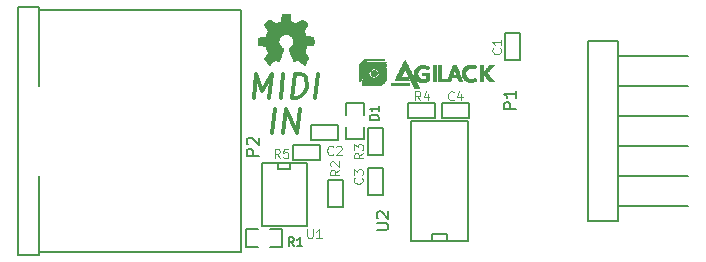
<source format=gbr>
G04 #@! TF.FileFunction,Legend,Top*
%FSLAX46Y46*%
G04 Gerber Fmt 4.6, Leading zero omitted, Abs format (unit mm)*
G04 Created by KiCad (PCBNEW 4.0.2+dfsg1-stable) date mer. 30 août 2017 19:27:24 CEST*
%MOMM*%
G01*
G04 APERTURE LIST*
%ADD10C,0.100000*%
%ADD11C,0.300000*%
%ADD12C,0.150000*%
%ADD13C,0.127000*%
%ADD14C,0.027940*%
%ADD15C,0.102400*%
%ADD16C,0.101600*%
G04 APERTURE END LIST*
D10*
D11*
X144639286Y-105154762D02*
X144889286Y-103154762D01*
X145591667Y-105154762D02*
X145841667Y-103154762D01*
X146734525Y-105154762D01*
X146984525Y-103154762D01*
X143067857Y-102179762D02*
X143317857Y-100179762D01*
X143805952Y-101608333D01*
X144651191Y-100179762D01*
X144401191Y-102179762D01*
X145353571Y-102179762D02*
X145603571Y-100179762D01*
X146305952Y-102179762D02*
X146555952Y-100179762D01*
X147032143Y-100179762D01*
X147305952Y-100275000D01*
X147472619Y-100465476D01*
X147544048Y-100655952D01*
X147591667Y-101036905D01*
X147555953Y-101322619D01*
X147413096Y-101703571D01*
X147294047Y-101894048D01*
X147079762Y-102084524D01*
X146782143Y-102179762D01*
X146305952Y-102179762D01*
X148305952Y-102179762D02*
X148555952Y-100179762D01*
D12*
X179889800Y-111350000D02*
X173889800Y-111350000D01*
X179889800Y-108810000D02*
X173889800Y-108810000D01*
X179889800Y-106270000D02*
X173889800Y-106270000D01*
X179889800Y-103730000D02*
X173889800Y-103730000D01*
X179889800Y-101190000D02*
X173889800Y-101190000D01*
X179889800Y-98650000D02*
X173889800Y-98650000D01*
X171349800Y-97380000D02*
X171349800Y-112620000D01*
X171349800Y-112620000D02*
X173889800Y-112620000D01*
X173889800Y-112620000D02*
X173889800Y-97380000D01*
X171349800Y-97380000D02*
X173889800Y-97380000D01*
D13*
X143878300Y-107746800D02*
X143751300Y-107746800D01*
X143751300Y-107746800D02*
X143751300Y-113080800D01*
X147561300Y-113080800D02*
X147561300Y-107746800D01*
X147561300Y-107746800D02*
X143878300Y-107746800D01*
X146164300Y-107746800D02*
X146164300Y-108254800D01*
X146164300Y-108254800D02*
X145148300Y-108254800D01*
X145148300Y-108254800D02*
X145148300Y-107746800D01*
X147561300Y-113080800D02*
X143751300Y-113080800D01*
D14*
X145634900Y-95101300D02*
X145888900Y-95101300D01*
X145482500Y-95126700D02*
X146117500Y-95126700D01*
X145482500Y-95152100D02*
X146117500Y-95152100D01*
X145457100Y-95177500D02*
X146142900Y-95177500D01*
X145457100Y-95202900D02*
X146142900Y-95202900D01*
X145457100Y-95228300D02*
X146142900Y-95228300D01*
X145457100Y-95253700D02*
X146142900Y-95253700D01*
X145457100Y-95279100D02*
X146142900Y-95279100D01*
X145457100Y-95304500D02*
X146142900Y-95304500D01*
X145431700Y-95329900D02*
X146168300Y-95329900D01*
X145431700Y-95355300D02*
X146168300Y-95355300D01*
X145431700Y-95380700D02*
X146168300Y-95380700D01*
X145431700Y-95406100D02*
X146168300Y-95406100D01*
X145431700Y-95431500D02*
X146168300Y-95431500D01*
X145406300Y-95456900D02*
X146168300Y-95456900D01*
X145406300Y-95482300D02*
X146193700Y-95482300D01*
X145406300Y-95507700D02*
X146193700Y-95507700D01*
X145406300Y-95533100D02*
X146193700Y-95533100D01*
X145406300Y-95558500D02*
X146193700Y-95558500D01*
X144364900Y-95583900D02*
X144441100Y-95583900D01*
X145406300Y-95583900D02*
X146193700Y-95583900D01*
X147133500Y-95583900D02*
X147235100Y-95583900D01*
X144339500Y-95609300D02*
X144466500Y-95609300D01*
X145380900Y-95609300D02*
X146193700Y-95609300D01*
X147082700Y-95609300D02*
X147260500Y-95609300D01*
X144314100Y-95634700D02*
X144517300Y-95634700D01*
X145380900Y-95634700D02*
X146193700Y-95634700D01*
X147057300Y-95634700D02*
X147285900Y-95634700D01*
X144263300Y-95660100D02*
X144542700Y-95660100D01*
X145380900Y-95660100D02*
X146219100Y-95660100D01*
X147006500Y-95660100D02*
X147336700Y-95660100D01*
X144237900Y-95685500D02*
X144593500Y-95685500D01*
X145380900Y-95685500D02*
X146219100Y-95685500D01*
X146981100Y-95685500D02*
X147362100Y-95685500D01*
X144212500Y-95710900D02*
X144618900Y-95710900D01*
X145380900Y-95710900D02*
X146219100Y-95710900D01*
X146930300Y-95710900D02*
X147387500Y-95710900D01*
X144187100Y-95736300D02*
X144644300Y-95736300D01*
X145355500Y-95736300D02*
X146219100Y-95736300D01*
X146904900Y-95736300D02*
X147412900Y-95736300D01*
X144161700Y-95761700D02*
X144695100Y-95761700D01*
X145279300Y-95761700D02*
X146320700Y-95761700D01*
X146854100Y-95761700D02*
X147438300Y-95761700D01*
X144136300Y-95787100D02*
X144720500Y-95787100D01*
X145203100Y-95787100D02*
X146396900Y-95787100D01*
X146828700Y-95787100D02*
X147463700Y-95787100D01*
X144110900Y-95812500D02*
X144771300Y-95812500D01*
X145126900Y-95812500D02*
X146447700Y-95812500D01*
X146777900Y-95812500D02*
X147489100Y-95812500D01*
X144085500Y-95837900D02*
X144796700Y-95837900D01*
X145076100Y-95837900D02*
X146523900Y-95837900D01*
X146752500Y-95837900D02*
X147514500Y-95837900D01*
X144060100Y-95863300D02*
X144822100Y-95863300D01*
X145025300Y-95863300D02*
X146574700Y-95863300D01*
X146727100Y-95863300D02*
X147539900Y-95863300D01*
X144034700Y-95888700D02*
X144872900Y-95888700D01*
X144974500Y-95888700D02*
X146625500Y-95888700D01*
X146676300Y-95888700D02*
X147565300Y-95888700D01*
X144009300Y-95914100D02*
X144898300Y-95914100D01*
X144923700Y-95914100D02*
X147590700Y-95914100D01*
X143983900Y-95939500D02*
X147590700Y-95939500D01*
X143983900Y-95964900D02*
X147616100Y-95964900D01*
X143958500Y-95990300D02*
X147616100Y-95990300D01*
X143958500Y-96015700D02*
X147616100Y-96015700D01*
X143983900Y-96041100D02*
X147616100Y-96041100D01*
X143983900Y-96066500D02*
X147590700Y-96066500D01*
X144009300Y-96091900D02*
X147590700Y-96091900D01*
X144034700Y-96117300D02*
X147565300Y-96117300D01*
X144034700Y-96142700D02*
X147539900Y-96142700D01*
X144060100Y-96168100D02*
X147514500Y-96168100D01*
X144085500Y-96193500D02*
X147514500Y-96193500D01*
X144110900Y-96218900D02*
X147489100Y-96218900D01*
X144110900Y-96244300D02*
X147463700Y-96244300D01*
X144136300Y-96269700D02*
X147463700Y-96269700D01*
X144161700Y-96295100D02*
X147438300Y-96295100D01*
X144161700Y-96320500D02*
X147412900Y-96320500D01*
X144187100Y-96345900D02*
X147387500Y-96345900D01*
X144212500Y-96371300D02*
X147387500Y-96371300D01*
X144212500Y-96396700D02*
X147362100Y-96396700D01*
X144237900Y-96422100D02*
X147336700Y-96422100D01*
X144263300Y-96447500D02*
X147311300Y-96447500D01*
X144263300Y-96472900D02*
X147311300Y-96472900D01*
X144288700Y-96498300D02*
X147285900Y-96498300D01*
X144288700Y-96523700D02*
X147285900Y-96523700D01*
X144288700Y-96549100D02*
X147311300Y-96549100D01*
X144263300Y-96574500D02*
X147336700Y-96574500D01*
X144263300Y-96599900D02*
X147336700Y-96599900D01*
X144237900Y-96625300D02*
X147362100Y-96625300D01*
X144237900Y-96650700D02*
X147362100Y-96650700D01*
X144212500Y-96676100D02*
X147387500Y-96676100D01*
X144212500Y-96701500D02*
X147387500Y-96701500D01*
X144187100Y-96726900D02*
X147412900Y-96726900D01*
X144187100Y-96752300D02*
X147412900Y-96752300D01*
X144161700Y-96777700D02*
X147412900Y-96777700D01*
X144161700Y-96803100D02*
X145685700Y-96803100D01*
X145914300Y-96803100D02*
X147438300Y-96803100D01*
X144161700Y-96828500D02*
X145609500Y-96828500D01*
X145990500Y-96828500D02*
X147438300Y-96828500D01*
X144136300Y-96853900D02*
X145533300Y-96853900D01*
X146066700Y-96853900D02*
X147463700Y-96853900D01*
X144136300Y-96879300D02*
X145482500Y-96879300D01*
X146117500Y-96879300D02*
X147463700Y-96879300D01*
X144136300Y-96904700D02*
X145457100Y-96904700D01*
X146142900Y-96904700D02*
X147463700Y-96904700D01*
X144110900Y-96930100D02*
X145406300Y-96930100D01*
X146193700Y-96930100D02*
X147489100Y-96930100D01*
X144110900Y-96955500D02*
X145380900Y-96955500D01*
X146219100Y-96955500D02*
X147565300Y-96955500D01*
X144110900Y-96980900D02*
X145355500Y-96980900D01*
X146244500Y-96980900D02*
X147717700Y-96980900D01*
X144085500Y-97006300D02*
X145330100Y-97006300D01*
X146269900Y-97006300D02*
X147844700Y-97006300D01*
X143933100Y-97031700D02*
X145304700Y-97031700D01*
X146295300Y-97031700D02*
X147997100Y-97031700D01*
X143780700Y-97057100D02*
X145304700Y-97057100D01*
X146295300Y-97057100D02*
X148098700Y-97057100D01*
X143628300Y-97082500D02*
X145279300Y-97082500D01*
X146320700Y-97082500D02*
X148098700Y-97082500D01*
X143501300Y-97107900D02*
X145253900Y-97107900D01*
X146346100Y-97107900D02*
X148124100Y-97107900D01*
X143475900Y-97133300D02*
X145253900Y-97133300D01*
X146346100Y-97133300D02*
X148124100Y-97133300D01*
X143475900Y-97158700D02*
X145228500Y-97158700D01*
X146371500Y-97158700D02*
X148124100Y-97158700D01*
X143475900Y-97184100D02*
X145228500Y-97184100D01*
X146371500Y-97184100D02*
X148124100Y-97184100D01*
X143475900Y-97209500D02*
X145203100Y-97209500D01*
X146396900Y-97209500D02*
X148124100Y-97209500D01*
X143475900Y-97234900D02*
X145203100Y-97234900D01*
X146396900Y-97234900D02*
X148124100Y-97234900D01*
X143475900Y-97260300D02*
X145203100Y-97260300D01*
X146396900Y-97260300D02*
X148124100Y-97260300D01*
X143475900Y-97285700D02*
X145203100Y-97285700D01*
X146422300Y-97285700D02*
X148124100Y-97285700D01*
X143475900Y-97311100D02*
X145177700Y-97311100D01*
X146422300Y-97311100D02*
X148124100Y-97311100D01*
X143475900Y-97336500D02*
X145177700Y-97336500D01*
X146422300Y-97336500D02*
X148149500Y-97336500D01*
X143450500Y-97361900D02*
X145177700Y-97361900D01*
X146422300Y-97361900D02*
X148149500Y-97361900D01*
X143450500Y-97387300D02*
X145177700Y-97387300D01*
X146422300Y-97387300D02*
X148149500Y-97387300D01*
X143450500Y-97412700D02*
X145177700Y-97412700D01*
X146422300Y-97412700D02*
X148149500Y-97412700D01*
X143450500Y-97438100D02*
X145177700Y-97438100D01*
X146422300Y-97438100D02*
X148149500Y-97438100D01*
X143450500Y-97463500D02*
X145177700Y-97463500D01*
X146422300Y-97463500D02*
X148149500Y-97463500D01*
X143450500Y-97488900D02*
X145177700Y-97488900D01*
X146422300Y-97488900D02*
X148149500Y-97488900D01*
X143450500Y-97514300D02*
X145177700Y-97514300D01*
X146422300Y-97514300D02*
X148149500Y-97514300D01*
X143450500Y-97539700D02*
X145177700Y-97539700D01*
X146422300Y-97539700D02*
X148149500Y-97539700D01*
X143450500Y-97565100D02*
X145203100Y-97565100D01*
X146422300Y-97565100D02*
X148149500Y-97565100D01*
X143475900Y-97590500D02*
X145203100Y-97590500D01*
X146396900Y-97590500D02*
X148149500Y-97590500D01*
X143475900Y-97615900D02*
X145203100Y-97615900D01*
X146396900Y-97615900D02*
X148124100Y-97615900D01*
X143475900Y-97641300D02*
X145228500Y-97641300D01*
X146396900Y-97641300D02*
X148124100Y-97641300D01*
X143475900Y-97666700D02*
X145228500Y-97666700D01*
X146371500Y-97666700D02*
X148124100Y-97666700D01*
X143475900Y-97692100D02*
X145228500Y-97692100D01*
X146371500Y-97692100D02*
X148098700Y-97692100D01*
X143475900Y-97717500D02*
X145253900Y-97717500D01*
X146346100Y-97717500D02*
X147946300Y-97717500D01*
X143577500Y-97742900D02*
X145279300Y-97742900D01*
X146346100Y-97742900D02*
X147793900Y-97742900D01*
X143704500Y-97768300D02*
X145279300Y-97768300D01*
X146320700Y-97768300D02*
X147616100Y-97768300D01*
X143856900Y-97793700D02*
X145304700Y-97793700D01*
X146295300Y-97793700D02*
X147514500Y-97793700D01*
X143983900Y-97819100D02*
X145330100Y-97819100D01*
X146269900Y-97819100D02*
X147514500Y-97819100D01*
X144085500Y-97844500D02*
X145355500Y-97844500D01*
X146269900Y-97844500D02*
X147514500Y-97844500D01*
X144110900Y-97869900D02*
X145355500Y-97869900D01*
X146244500Y-97869900D02*
X147489100Y-97869900D01*
X144110900Y-97895300D02*
X145406300Y-97895300D01*
X146193700Y-97895300D02*
X147489100Y-97895300D01*
X144110900Y-97920700D02*
X145431700Y-97920700D01*
X146168300Y-97920700D02*
X147489100Y-97920700D01*
X144110900Y-97946100D02*
X145457100Y-97946100D01*
X146142900Y-97946100D02*
X147489100Y-97946100D01*
X144136300Y-97971500D02*
X145507900Y-97971500D01*
X146092100Y-97971500D02*
X147463700Y-97971500D01*
X144136300Y-97996900D02*
X145558700Y-97996900D01*
X146041300Y-97996900D02*
X147463700Y-97996900D01*
X144136300Y-98022300D02*
X145584100Y-98022300D01*
X146041300Y-98022300D02*
X147463700Y-98022300D01*
X144161700Y-98047700D02*
X145584100Y-98047700D01*
X146041300Y-98047700D02*
X147438300Y-98047700D01*
X144161700Y-98073100D02*
X145584100Y-98073100D01*
X146041300Y-98073100D02*
X147438300Y-98073100D01*
X144161700Y-98098500D02*
X145558700Y-98098500D01*
X146066700Y-98098500D02*
X147412900Y-98098500D01*
X144187100Y-98123900D02*
X145558700Y-98123900D01*
X146066700Y-98123900D02*
X147412900Y-98123900D01*
X144187100Y-98149300D02*
X145558700Y-98149300D01*
X146066700Y-98149300D02*
X147412900Y-98149300D01*
X144212500Y-98174700D02*
X145533300Y-98174700D01*
X146092100Y-98174700D02*
X147387500Y-98174700D01*
X144212500Y-98200100D02*
X145533300Y-98200100D01*
X146092100Y-98200100D02*
X147387500Y-98200100D01*
X144237900Y-98225500D02*
X145507900Y-98225500D01*
X146117500Y-98225500D02*
X147362100Y-98225500D01*
X144237900Y-98250900D02*
X145507900Y-98250900D01*
X146117500Y-98250900D02*
X147362100Y-98250900D01*
X144263300Y-98276300D02*
X145507900Y-98276300D01*
X146117500Y-98276300D02*
X147336700Y-98276300D01*
X144263300Y-98301700D02*
X145482500Y-98301700D01*
X146142900Y-98301700D02*
X147362100Y-98301700D01*
X144288700Y-98327100D02*
X145482500Y-98327100D01*
X146142900Y-98327100D02*
X147362100Y-98327100D01*
X144288700Y-98352500D02*
X145482500Y-98352500D01*
X146168300Y-98352500D02*
X147387500Y-98352500D01*
X144288700Y-98377900D02*
X145457100Y-98377900D01*
X146168300Y-98377900D02*
X147412900Y-98377900D01*
X144288700Y-98403300D02*
X145457100Y-98403300D01*
X146168300Y-98403300D02*
X147438300Y-98403300D01*
X144263300Y-98428700D02*
X145457100Y-98428700D01*
X146193700Y-98428700D02*
X147438300Y-98428700D01*
X144237900Y-98454100D02*
X145431700Y-98454100D01*
X146193700Y-98454100D02*
X147463700Y-98454100D01*
X144212500Y-98479500D02*
X145431700Y-98479500D01*
X146193700Y-98479500D02*
X147489100Y-98479500D01*
X144212500Y-98504900D02*
X145431700Y-98504900D01*
X146219100Y-98504900D02*
X147489100Y-98504900D01*
X144187100Y-98530300D02*
X145406300Y-98530300D01*
X146219100Y-98530300D02*
X147514500Y-98530300D01*
X144161700Y-98555700D02*
X145406300Y-98555700D01*
X146244500Y-98555700D02*
X147539900Y-98555700D01*
X144136300Y-98581100D02*
X145406300Y-98581100D01*
X146244500Y-98581100D02*
X147539900Y-98581100D01*
X144136300Y-98606500D02*
X145380900Y-98606500D01*
X146244500Y-98606500D02*
X147565300Y-98606500D01*
X144110900Y-98631900D02*
X145380900Y-98631900D01*
X146269900Y-98631900D02*
X147590700Y-98631900D01*
X144085500Y-98657300D02*
X145355500Y-98657300D01*
X146269900Y-98657300D02*
X147590700Y-98657300D01*
X144085500Y-98682700D02*
X145355500Y-98682700D01*
X146295300Y-98682700D02*
X147616100Y-98682700D01*
X144060100Y-98708100D02*
X145355500Y-98708100D01*
X146295300Y-98708100D02*
X147641500Y-98708100D01*
X144034700Y-98733500D02*
X145330100Y-98733500D01*
X146295300Y-98733500D02*
X147666900Y-98733500D01*
X144009300Y-98758900D02*
X145330100Y-98758900D01*
X146320700Y-98758900D02*
X147666900Y-98758900D01*
X144009300Y-98784300D02*
X145330100Y-98784300D01*
X146320700Y-98784300D02*
X147692300Y-98784300D01*
X143983900Y-98809700D02*
X145304700Y-98809700D01*
X146346100Y-98809700D02*
X147692300Y-98809700D01*
X143958500Y-98835100D02*
X145304700Y-98835100D01*
X146346100Y-98835100D02*
X147692300Y-98835100D01*
X143958500Y-98860500D02*
X145304700Y-98860500D01*
X146346100Y-98860500D02*
X147666900Y-98860500D01*
X143958500Y-98885900D02*
X145279300Y-98885900D01*
X146371500Y-98885900D02*
X147641500Y-98885900D01*
X143958500Y-98911300D02*
X145279300Y-98911300D01*
X146371500Y-98911300D02*
X147616100Y-98911300D01*
X143983900Y-98936700D02*
X145279300Y-98936700D01*
X146371500Y-98936700D02*
X147590700Y-98936700D01*
X144009300Y-98962100D02*
X145253900Y-98962100D01*
X146396900Y-98962100D02*
X147590700Y-98962100D01*
X144034700Y-98987500D02*
X145253900Y-98987500D01*
X146396900Y-98987500D02*
X146752500Y-98987500D01*
X146803300Y-98987500D02*
X147565300Y-98987500D01*
X144060100Y-99012900D02*
X145253900Y-99012900D01*
X146422300Y-99012900D02*
X146676300Y-99012900D01*
X146879500Y-99012900D02*
X147539900Y-99012900D01*
X144085500Y-99038300D02*
X144847500Y-99038300D01*
X144974500Y-99038300D02*
X145228500Y-99038300D01*
X146422300Y-99038300D02*
X146625500Y-99038300D01*
X146904900Y-99038300D02*
X147514500Y-99038300D01*
X144110900Y-99063700D02*
X144796700Y-99063700D01*
X145050700Y-99063700D02*
X145228500Y-99063700D01*
X146422300Y-99063700D02*
X146574700Y-99063700D01*
X146930300Y-99063700D02*
X147489100Y-99063700D01*
X144136300Y-99089100D02*
X144745900Y-99089100D01*
X145101500Y-99089100D02*
X145203100Y-99089100D01*
X146447700Y-99089100D02*
X146523900Y-99089100D01*
X146955700Y-99089100D02*
X147514500Y-99089100D01*
X144161700Y-99114500D02*
X144720500Y-99114500D01*
X145152300Y-99114500D02*
X145203100Y-99114500D01*
X146447700Y-99114500D02*
X146473100Y-99114500D01*
X146955700Y-99114500D02*
X147514500Y-99114500D01*
X144187100Y-99139900D02*
X144669700Y-99139900D01*
X147006500Y-99139900D02*
X147514500Y-99139900D01*
X144212500Y-99165300D02*
X144644300Y-99165300D01*
X147031900Y-99165300D02*
X147514500Y-99165300D01*
X144212500Y-99190700D02*
X144593500Y-99190700D01*
X147057300Y-99190700D02*
X147514500Y-99190700D01*
X144212500Y-99216100D02*
X144568100Y-99216100D01*
X147108100Y-99216100D02*
X147514500Y-99216100D01*
X144212500Y-99241500D02*
X144542700Y-99241500D01*
X147158900Y-99241500D02*
X147489100Y-99241500D01*
X144237900Y-99266900D02*
X144517300Y-99266900D01*
X147209700Y-99266900D02*
X147489100Y-99266900D01*
X144237900Y-99292300D02*
X144491900Y-99292300D01*
X147235100Y-99292300D02*
X147463700Y-99292300D01*
X144263300Y-99317700D02*
X144491900Y-99317700D01*
X147260500Y-99317700D02*
X147463700Y-99317700D01*
X144288700Y-99343100D02*
X144466500Y-99343100D01*
X147285900Y-99343100D02*
X147438300Y-99343100D01*
X144314100Y-99368500D02*
X144466500Y-99368500D01*
X147311300Y-99368500D02*
X147412900Y-99368500D01*
X144339500Y-99393900D02*
X144441100Y-99393900D01*
X147336700Y-99393900D02*
X147387500Y-99393900D01*
X144364900Y-99419300D02*
X144441100Y-99419300D01*
D13*
X150622000Y-109143800D02*
X150622000Y-111429800D01*
X150622000Y-111429800D02*
X149352000Y-111429800D01*
X149352000Y-111429800D02*
X149352000Y-109143800D01*
X149352000Y-109143800D02*
X150622000Y-109143800D01*
X164376100Y-99034600D02*
X164376100Y-96748600D01*
X164376100Y-96748600D02*
X165646100Y-96748600D01*
X165646100Y-96748600D02*
X165646100Y-99034600D01*
X165646100Y-99034600D02*
X164376100Y-99034600D01*
X147907000Y-104540000D02*
X150193000Y-104540000D01*
X150193000Y-104540000D02*
X150193000Y-105810000D01*
X150193000Y-105810000D02*
X147907000Y-105810000D01*
X147907000Y-105810000D02*
X147907000Y-104540000D01*
D12*
X156438600Y-104190800D02*
X161264600Y-104190800D01*
X161264600Y-104190800D02*
X161264600Y-114350800D01*
X161264600Y-114350800D02*
X156438600Y-114350800D01*
X156438600Y-114350800D02*
X156438600Y-104190800D01*
X158216600Y-114350800D02*
X158216600Y-113715800D01*
X158216600Y-113715800D02*
X159486600Y-113715800D01*
X159486600Y-113715800D02*
X159486600Y-114350800D01*
D13*
X152742900Y-110413800D02*
X152742900Y-108127800D01*
X152742900Y-108127800D02*
X154012900Y-108127800D01*
X154012900Y-108127800D02*
X154012900Y-110413800D01*
X154012900Y-110413800D02*
X152742900Y-110413800D01*
X152438100Y-104711500D02*
X152438100Y-105727500D01*
X152438100Y-105727500D02*
X150914100Y-105727500D01*
X150914100Y-105727500D02*
X150914100Y-104711500D01*
X150914100Y-103695500D02*
X150914100Y-102679500D01*
X150914100Y-102679500D02*
X152438100Y-102679500D01*
X152438100Y-102679500D02*
X152438100Y-103695500D01*
X152742900Y-107061000D02*
X152742900Y-104775000D01*
X152742900Y-104775000D02*
X154012900Y-104775000D01*
X154012900Y-104775000D02*
X154012900Y-107061000D01*
X154012900Y-107061000D02*
X152742900Y-107061000D01*
X158991300Y-102666800D02*
X161277300Y-102666800D01*
X161277300Y-102666800D02*
X161277300Y-103936800D01*
X161277300Y-103936800D02*
X158991300Y-103936800D01*
X158991300Y-103936800D02*
X158991300Y-102666800D01*
X156184600Y-102666800D02*
X158470600Y-102666800D01*
X158470600Y-102666800D02*
X158470600Y-103936800D01*
X158470600Y-103936800D02*
X156184600Y-103936800D01*
X156184600Y-103936800D02*
X156184600Y-102666800D01*
D12*
X142000000Y-115250000D02*
X142000000Y-94750000D01*
X142000000Y-94750000D02*
X124900000Y-94750000D01*
X124900000Y-115250000D02*
X142000000Y-115250000D01*
X124900000Y-101164600D02*
X124900000Y-94500000D01*
X123100000Y-115500000D02*
X124900000Y-115500000D01*
X124900000Y-115500000D02*
X124900000Y-108835400D01*
X124900000Y-94500000D02*
X123100000Y-94500000D01*
X123100000Y-115500000D02*
X123100000Y-94500000D01*
D13*
X144487900Y-113347500D02*
X145503900Y-113347500D01*
X145503900Y-113347500D02*
X145503900Y-114871500D01*
X145503900Y-114871500D02*
X144487900Y-114871500D01*
X143471900Y-114871500D02*
X142455900Y-114871500D01*
X142455900Y-114871500D02*
X142455900Y-113347500D01*
X142455900Y-113347500D02*
X143471900Y-113347500D01*
X148668000Y-107460000D02*
X146382000Y-107460000D01*
X146382000Y-107460000D02*
X146382000Y-106190000D01*
X146382000Y-106190000D02*
X148668000Y-106190000D01*
X148668000Y-106190000D02*
X148668000Y-107460000D01*
D14*
X152476440Y-98874920D02*
X154127440Y-98874920D01*
X152451040Y-98900320D02*
X154127440Y-98900320D01*
X152425640Y-98925720D02*
X154127440Y-98925720D01*
X152400240Y-98951120D02*
X154127440Y-98951120D01*
X152374840Y-98976520D02*
X154127440Y-98976520D01*
X152349440Y-99001920D02*
X154127440Y-99001920D01*
X152324040Y-99027320D02*
X154127440Y-99027320D01*
X155854640Y-99027320D02*
X155880040Y-99027320D01*
X152298640Y-99052720D02*
X152603440Y-99052720D01*
X155829240Y-99052720D02*
X155905440Y-99052720D01*
X152273240Y-99078120D02*
X152578040Y-99078120D01*
X155829240Y-99078120D02*
X155905440Y-99078120D01*
X152247840Y-99103520D02*
X152552640Y-99103520D01*
X155803840Y-99103520D02*
X155930840Y-99103520D01*
X152222440Y-99128920D02*
X152527240Y-99128920D01*
X152603440Y-99128920D02*
X154279840Y-99128920D01*
X155803840Y-99128920D02*
X155930840Y-99128920D01*
X152197040Y-99154320D02*
X152501840Y-99154320D01*
X152578040Y-99154320D02*
X154279840Y-99154320D01*
X155778440Y-99154320D02*
X155956240Y-99154320D01*
X152171640Y-99179720D02*
X152476440Y-99179720D01*
X152552640Y-99179720D02*
X154229040Y-99179720D01*
X155778440Y-99179720D02*
X155956240Y-99179720D01*
X152146240Y-99205120D02*
X152451040Y-99205120D01*
X152527240Y-99205120D02*
X154203640Y-99205120D01*
X155753040Y-99205120D02*
X155981640Y-99205120D01*
X152120840Y-99230520D02*
X152425640Y-99230520D01*
X152501840Y-99230520D02*
X154178240Y-99230520D01*
X155753040Y-99230520D02*
X155981640Y-99230520D01*
X152095440Y-99255920D02*
X152400240Y-99255920D01*
X152476440Y-99255920D02*
X154152840Y-99255920D01*
X155727640Y-99255920D02*
X156007040Y-99255920D01*
X152070040Y-99281320D02*
X152374840Y-99281320D01*
X152451040Y-99281320D02*
X154127440Y-99281320D01*
X155727640Y-99281320D02*
X156007040Y-99281320D01*
X152044640Y-99306720D02*
X152349440Y-99306720D01*
X152425640Y-99306720D02*
X154102040Y-99306720D01*
X155702240Y-99306720D02*
X156032440Y-99306720D01*
X152019240Y-99332120D02*
X152324040Y-99332120D01*
X152400240Y-99332120D02*
X154076640Y-99332120D01*
X155702240Y-99332120D02*
X156032440Y-99332120D01*
X151993840Y-99357520D02*
X152298640Y-99357520D01*
X152374840Y-99357520D02*
X154051240Y-99357520D01*
X154203640Y-99357520D02*
X154279840Y-99357520D01*
X155676840Y-99357520D02*
X156057840Y-99357520D01*
X151968440Y-99382920D02*
X152273240Y-99382920D01*
X152349440Y-99382920D02*
X154025840Y-99382920D01*
X154203640Y-99382920D02*
X154279840Y-99382920D01*
X155676840Y-99382920D02*
X156057840Y-99382920D01*
X151968440Y-99408320D02*
X152250000Y-99408320D01*
X152324040Y-99408320D02*
X154000440Y-99408320D01*
X154152840Y-99408320D02*
X154279840Y-99408320D01*
X155651440Y-99408320D02*
X156083240Y-99408320D01*
X151968440Y-99433720D02*
X152220000Y-99433720D01*
X152298640Y-99433720D02*
X153975040Y-99433720D01*
X154127440Y-99433720D02*
X154279840Y-99433720D01*
X155651440Y-99433720D02*
X156083240Y-99433720D01*
X158242240Y-99433720D02*
X158496240Y-99433720D01*
X158674040Y-99433720D02*
X158928040Y-99433720D01*
X159944040Y-99433720D02*
X160223440Y-99433720D01*
X161239440Y-99433720D02*
X161696640Y-99433720D01*
X162255440Y-99433720D02*
X162509440Y-99433720D01*
X163042840Y-99433720D02*
X163398440Y-99433720D01*
X151968440Y-99459120D02*
X152197040Y-99459120D01*
X152273240Y-99459120D02*
X153949640Y-99459120D01*
X154102040Y-99459120D02*
X154279840Y-99459120D01*
X155626040Y-99459120D02*
X156108640Y-99459120D01*
X157175440Y-99459120D02*
X157607240Y-99459120D01*
X158242240Y-99459120D02*
X158496240Y-99459120D01*
X158674040Y-99459120D02*
X158928040Y-99459120D01*
X159918640Y-99459120D02*
X160223440Y-99459120D01*
X161163240Y-99459120D02*
X161798240Y-99459120D01*
X162255440Y-99459120D02*
X162509440Y-99459120D01*
X163017440Y-99459120D02*
X163373040Y-99459120D01*
X151968440Y-99484520D02*
X152180000Y-99484520D01*
X152247840Y-99484520D02*
X153924240Y-99484520D01*
X154076640Y-99484520D02*
X154279840Y-99484520D01*
X155626040Y-99484520D02*
X156108640Y-99484520D01*
X157073840Y-99484520D02*
X157683440Y-99484520D01*
X158242240Y-99484520D02*
X158496240Y-99484520D01*
X158674040Y-99484520D02*
X158928040Y-99484520D01*
X159918640Y-99484520D02*
X160248840Y-99484520D01*
X161112440Y-99484520D02*
X161849040Y-99484520D01*
X162255440Y-99484520D02*
X162509440Y-99484520D01*
X162992040Y-99484520D02*
X163347640Y-99484520D01*
X151968440Y-99509920D02*
X152160000Y-99509920D01*
X152222440Y-99509920D02*
X153898840Y-99509920D01*
X154051240Y-99509920D02*
X154279840Y-99509920D01*
X155600640Y-99509920D02*
X156134040Y-99509920D01*
X157023040Y-99509920D02*
X157759640Y-99509920D01*
X158242240Y-99509920D02*
X158496240Y-99509920D01*
X158674040Y-99509920D02*
X158928040Y-99509920D01*
X159918640Y-99509920D02*
X160248840Y-99509920D01*
X161061640Y-99509920D02*
X161899840Y-99509920D01*
X162255440Y-99509920D02*
X162509440Y-99509920D01*
X162966640Y-99509920D02*
X163322240Y-99509920D01*
X151968440Y-99535320D02*
X152146240Y-99535320D01*
X152222440Y-99535320D02*
X153873440Y-99535320D01*
X154025840Y-99535320D02*
X154229040Y-99535320D01*
X155600640Y-99535320D02*
X156134040Y-99535320D01*
X156972240Y-99535320D02*
X157810440Y-99535320D01*
X158242240Y-99535320D02*
X158496240Y-99535320D01*
X158674040Y-99535320D02*
X158928040Y-99535320D01*
X159893240Y-99535320D02*
X160248840Y-99535320D01*
X161010840Y-99535320D02*
X161899840Y-99535320D01*
X162255440Y-99535320D02*
X162509440Y-99535320D01*
X162941240Y-99535320D02*
X163296840Y-99535320D01*
X151968440Y-99560720D02*
X152146240Y-99560720D01*
X152222440Y-99560720D02*
X153848040Y-99560720D01*
X154000440Y-99560720D02*
X154203640Y-99560720D01*
X155575240Y-99560720D02*
X156159440Y-99560720D01*
X156946840Y-99560720D02*
X157861240Y-99560720D01*
X158242240Y-99560720D02*
X158496240Y-99560720D01*
X158674040Y-99560720D02*
X158928040Y-99560720D01*
X159893240Y-99560720D02*
X160274240Y-99560720D01*
X160985440Y-99560720D02*
X161899840Y-99560720D01*
X162255440Y-99560720D02*
X162509440Y-99560720D01*
X162915840Y-99560720D02*
X163271440Y-99560720D01*
X151968440Y-99586120D02*
X152146240Y-99586120D01*
X152222440Y-99586120D02*
X153822640Y-99586120D01*
X153975040Y-99586120D02*
X154178240Y-99586120D01*
X155575240Y-99586120D02*
X156159440Y-99586120D01*
X156896040Y-99586120D02*
X157886640Y-99586120D01*
X158242240Y-99586120D02*
X158496240Y-99586120D01*
X158674040Y-99586120D02*
X158928040Y-99586120D01*
X159893240Y-99586120D02*
X160274240Y-99586120D01*
X160934640Y-99586120D02*
X161874440Y-99586120D01*
X162255440Y-99586120D02*
X162509440Y-99586120D01*
X162890440Y-99586120D02*
X163246040Y-99586120D01*
X151968440Y-99611520D02*
X152146240Y-99611520D01*
X152222440Y-99611520D02*
X153797240Y-99611520D01*
X153949640Y-99611520D02*
X154152840Y-99611520D01*
X155549840Y-99611520D02*
X156184840Y-99611520D01*
X156870640Y-99611520D02*
X157886640Y-99611520D01*
X158242240Y-99611520D02*
X158496240Y-99611520D01*
X158674040Y-99611520D02*
X158928040Y-99611520D01*
X159867840Y-99611520D02*
X160299640Y-99611520D01*
X160909240Y-99611520D02*
X161874440Y-99611520D01*
X162255440Y-99611520D02*
X162509440Y-99611520D01*
X162890440Y-99611520D02*
X163220640Y-99611520D01*
X151968440Y-99636920D02*
X152146240Y-99636920D01*
X152222440Y-99636920D02*
X153771840Y-99636920D01*
X153924240Y-99636920D02*
X154127440Y-99636920D01*
X155549840Y-99636920D02*
X156184840Y-99636920D01*
X156845240Y-99636920D02*
X157886640Y-99636920D01*
X158242240Y-99636920D02*
X158496240Y-99636920D01*
X158674040Y-99636920D02*
X158928040Y-99636920D01*
X159867840Y-99636920D02*
X160299640Y-99636920D01*
X160883840Y-99636920D02*
X161849040Y-99636920D01*
X162255440Y-99636920D02*
X162509440Y-99636920D01*
X162865040Y-99636920D02*
X163195240Y-99636920D01*
X151968440Y-99662320D02*
X152146240Y-99662320D01*
X152222440Y-99662320D02*
X153746440Y-99662320D01*
X153898840Y-99662320D02*
X154102040Y-99662320D01*
X154229040Y-99662320D02*
X154279840Y-99662320D01*
X155524440Y-99662320D02*
X156210240Y-99662320D01*
X156819840Y-99662320D02*
X157861240Y-99662320D01*
X158242240Y-99662320D02*
X158496240Y-99662320D01*
X158674040Y-99662320D02*
X158928040Y-99662320D01*
X159867840Y-99662320D02*
X160299640Y-99662320D01*
X160883840Y-99662320D02*
X161849040Y-99662320D01*
X162255440Y-99662320D02*
X162509440Y-99662320D01*
X162839640Y-99662320D02*
X163169840Y-99662320D01*
X151968440Y-99687720D02*
X152146240Y-99687720D01*
X152222440Y-99687720D02*
X153721040Y-99687720D01*
X153873440Y-99687720D02*
X154076640Y-99687720D01*
X154203640Y-99687720D02*
X154279840Y-99687720D01*
X155524440Y-99687720D02*
X156210240Y-99687720D01*
X156794440Y-99687720D02*
X157835840Y-99687720D01*
X158242240Y-99687720D02*
X158496240Y-99687720D01*
X158674040Y-99687720D02*
X158928040Y-99687720D01*
X159842440Y-99687720D02*
X160325040Y-99687720D01*
X160858440Y-99687720D02*
X161315640Y-99687720D01*
X161671240Y-99687720D02*
X161849040Y-99687720D01*
X162255440Y-99687720D02*
X162509440Y-99687720D01*
X162814240Y-99687720D02*
X163144440Y-99687720D01*
X151968440Y-99713120D02*
X152146240Y-99713120D01*
X152222440Y-99713120D02*
X153695640Y-99713120D01*
X153848040Y-99713120D02*
X154051240Y-99713120D01*
X154178240Y-99713120D02*
X154279840Y-99713120D01*
X155499040Y-99713120D02*
X155854640Y-99713120D01*
X155880040Y-99713120D02*
X156235640Y-99713120D01*
X156794440Y-99713120D02*
X157251640Y-99713120D01*
X157556440Y-99713120D02*
X157835840Y-99713120D01*
X158242240Y-99713120D02*
X158496240Y-99713120D01*
X158674040Y-99713120D02*
X158928040Y-99713120D01*
X159842440Y-99713120D02*
X160325040Y-99713120D01*
X160833040Y-99713120D02*
X161264840Y-99713120D01*
X161747440Y-99713120D02*
X161823640Y-99713120D01*
X162255440Y-99713120D02*
X162509440Y-99713120D01*
X162788840Y-99713120D02*
X163119040Y-99713120D01*
X151968440Y-99738520D02*
X152146240Y-99738520D01*
X152222440Y-99738520D02*
X153136840Y-99738520D01*
X153340040Y-99738520D02*
X153670240Y-99738520D01*
X153822640Y-99738520D02*
X154025840Y-99738520D01*
X154152840Y-99738520D02*
X154279840Y-99738520D01*
X155499040Y-99738520D02*
X155854640Y-99738520D01*
X155880040Y-99738520D02*
X156235640Y-99738520D01*
X156769040Y-99738520D02*
X157175440Y-99738520D01*
X157658040Y-99738520D02*
X157810440Y-99738520D01*
X158242240Y-99738520D02*
X158496240Y-99738520D01*
X158674040Y-99738520D02*
X158928040Y-99738520D01*
X159817040Y-99738520D02*
X160325040Y-99738520D01*
X160807640Y-99738520D02*
X161214040Y-99738520D01*
X162255440Y-99738520D02*
X162509440Y-99738520D01*
X162763440Y-99738520D02*
X163119040Y-99738520D01*
X151968440Y-99763920D02*
X152146240Y-99763920D01*
X152222440Y-99763920D02*
X153060640Y-99763920D01*
X153416240Y-99763920D02*
X153644840Y-99763920D01*
X153797240Y-99763920D02*
X154000440Y-99763920D01*
X154127440Y-99763920D02*
X154279840Y-99763920D01*
X155473640Y-99763920D02*
X155829240Y-99763920D01*
X155905440Y-99763920D02*
X156261040Y-99763920D01*
X156743640Y-99763920D02*
X157150040Y-99763920D01*
X157708840Y-99763920D02*
X157810440Y-99763920D01*
X158242240Y-99763920D02*
X158496240Y-99763920D01*
X158674040Y-99763920D02*
X158928040Y-99763920D01*
X159817040Y-99763920D02*
X160350440Y-99763920D01*
X160807640Y-99763920D02*
X161163240Y-99763920D01*
X162255440Y-99763920D02*
X162509440Y-99763920D01*
X162738040Y-99763920D02*
X163093640Y-99763920D01*
X151968440Y-99789320D02*
X152146240Y-99789320D01*
X152222440Y-99789320D02*
X153035240Y-99789320D01*
X153467040Y-99789320D02*
X153619440Y-99789320D01*
X153771840Y-99789320D02*
X153975040Y-99789320D01*
X154102040Y-99789320D02*
X154279840Y-99789320D01*
X155473640Y-99789320D02*
X155829240Y-99789320D01*
X155905440Y-99789320D02*
X156261040Y-99789320D01*
X156743640Y-99789320D02*
X157099240Y-99789320D01*
X157759640Y-99789320D02*
X157785040Y-99789320D01*
X158242240Y-99789320D02*
X158496240Y-99789320D01*
X158674040Y-99789320D02*
X158928040Y-99789320D01*
X159817040Y-99789320D02*
X160071040Y-99789320D01*
X160096440Y-99789320D02*
X160350440Y-99789320D01*
X160782240Y-99789320D02*
X161137840Y-99789320D01*
X162255440Y-99789320D02*
X162509440Y-99789320D01*
X162712640Y-99789320D02*
X163068240Y-99789320D01*
X151968440Y-99814720D02*
X152146240Y-99814720D01*
X152222440Y-99814720D02*
X152984440Y-99814720D01*
X153492440Y-99814720D02*
X153594040Y-99814720D01*
X153746440Y-99814720D02*
X153949640Y-99814720D01*
X154076640Y-99814720D02*
X154279840Y-99814720D01*
X155448240Y-99814720D02*
X155803840Y-99814720D01*
X155930840Y-99814720D02*
X156286440Y-99814720D01*
X156718240Y-99814720D02*
X157073840Y-99814720D01*
X158242240Y-99814720D02*
X158496240Y-99814720D01*
X158674040Y-99814720D02*
X158928040Y-99814720D01*
X159791640Y-99814720D02*
X160045640Y-99814720D01*
X160096440Y-99814720D02*
X160375840Y-99814720D01*
X160782240Y-99814720D02*
X161112440Y-99814720D01*
X162255440Y-99814720D02*
X162509440Y-99814720D01*
X162712640Y-99814720D02*
X163042840Y-99814720D01*
X151968440Y-99840120D02*
X152146240Y-99840120D01*
X152222440Y-99840120D02*
X152959040Y-99840120D01*
X153517840Y-99840120D02*
X153568640Y-99840120D01*
X153721040Y-99840120D02*
X153924240Y-99840120D01*
X154051240Y-99840120D02*
X154279840Y-99840120D01*
X155448240Y-99840120D02*
X155803840Y-99840120D01*
X155930840Y-99840120D02*
X156286440Y-99840120D01*
X156718240Y-99840120D02*
X157048440Y-99840120D01*
X158242240Y-99840120D02*
X158496240Y-99840120D01*
X158674040Y-99840120D02*
X158928040Y-99840120D01*
X159791640Y-99840120D02*
X160045640Y-99840120D01*
X160096440Y-99840120D02*
X160375840Y-99840120D01*
X160756840Y-99840120D02*
X161087040Y-99840120D01*
X162255440Y-99840120D02*
X162509440Y-99840120D01*
X162687240Y-99840120D02*
X163017440Y-99840120D01*
X151968440Y-99865520D02*
X152146240Y-99865520D01*
X152222440Y-99865520D02*
X152933640Y-99865520D01*
X153162240Y-99865520D02*
X153340040Y-99865520D01*
X153543240Y-99865520D02*
X153568640Y-99865520D01*
X153695640Y-99865520D02*
X153898840Y-99865520D01*
X154025840Y-99865520D02*
X154279840Y-99865520D01*
X155422840Y-99865520D02*
X155803840Y-99865520D01*
X155956240Y-99865520D02*
X156311840Y-99865520D01*
X156692840Y-99865520D02*
X157023040Y-99865520D01*
X158242240Y-99865520D02*
X158496240Y-99865520D01*
X158674040Y-99865520D02*
X158928040Y-99865520D01*
X159791640Y-99865520D02*
X160045640Y-99865520D01*
X160121840Y-99865520D02*
X160375840Y-99865520D01*
X160756840Y-99865520D02*
X161087040Y-99865520D01*
X162255440Y-99865520D02*
X162509440Y-99865520D01*
X162661840Y-99865520D02*
X162992040Y-99865520D01*
X151968440Y-99890920D02*
X152146240Y-99890920D01*
X152222440Y-99890920D02*
X152908240Y-99890920D01*
X153111440Y-99890920D02*
X153390840Y-99890920D01*
X153670240Y-99890920D02*
X153873440Y-99890920D01*
X154000440Y-99890920D02*
X154279840Y-99890920D01*
X155422840Y-99890920D02*
X155778440Y-99890920D01*
X155956240Y-99890920D02*
X156311840Y-99890920D01*
X156692840Y-99890920D02*
X156997640Y-99890920D01*
X158242240Y-99890920D02*
X158496240Y-99890920D01*
X158674040Y-99890920D02*
X158928040Y-99890920D01*
X159766240Y-99890920D02*
X160020240Y-99890920D01*
X160121840Y-99890920D02*
X160401240Y-99890920D01*
X160756840Y-99890920D02*
X161061640Y-99890920D01*
X162255440Y-99890920D02*
X162509440Y-99890920D01*
X162636440Y-99890920D02*
X162966640Y-99890920D01*
X151968440Y-99916320D02*
X152146240Y-99916320D01*
X152222440Y-99916320D02*
X152882840Y-99916320D01*
X153086040Y-99916320D02*
X153416240Y-99916320D01*
X153644840Y-99916320D02*
X153848040Y-99916320D01*
X153975040Y-99916320D02*
X154279840Y-99916320D01*
X155397440Y-99916320D02*
X155778440Y-99916320D01*
X155981640Y-99916320D02*
X156337240Y-99916320D01*
X156692840Y-99916320D02*
X156997640Y-99916320D01*
X158242240Y-99916320D02*
X158496240Y-99916320D01*
X158674040Y-99916320D02*
X158928040Y-99916320D01*
X159766240Y-99916320D02*
X160020240Y-99916320D01*
X160121840Y-99916320D02*
X160401240Y-99916320D01*
X160756840Y-99916320D02*
X161061640Y-99916320D01*
X162255440Y-99916320D02*
X162509440Y-99916320D01*
X162611040Y-99916320D02*
X162941240Y-99916320D01*
X151968440Y-99941720D02*
X152146240Y-99941720D01*
X152222440Y-99941720D02*
X152857440Y-99941720D01*
X153060640Y-99941720D02*
X153441640Y-99941720D01*
X153644840Y-99941720D02*
X153822640Y-99941720D01*
X153949640Y-99941720D02*
X154279840Y-99941720D01*
X155397440Y-99941720D02*
X155753040Y-99941720D01*
X155981640Y-99941720D02*
X156362640Y-99941720D01*
X156692840Y-99941720D02*
X156972240Y-99941720D01*
X158242240Y-99941720D02*
X158496240Y-99941720D01*
X158674040Y-99941720D02*
X158928040Y-99941720D01*
X159740840Y-99941720D02*
X160020240Y-99941720D01*
X160147240Y-99941720D02*
X160401240Y-99941720D01*
X160731440Y-99941720D02*
X161036240Y-99941720D01*
X162255440Y-99941720D02*
X162509440Y-99941720D01*
X162585640Y-99941720D02*
X162915840Y-99941720D01*
X151968440Y-99967120D02*
X152146240Y-99967120D01*
X152222440Y-99967120D02*
X152832040Y-99967120D01*
X153035240Y-99967120D02*
X153467040Y-99967120D01*
X153644840Y-99967120D02*
X153797240Y-99967120D01*
X153924240Y-99967120D02*
X154279840Y-99967120D01*
X155372040Y-99967120D02*
X155753040Y-99967120D01*
X156007040Y-99967120D02*
X156362640Y-99967120D01*
X156667440Y-99967120D02*
X156972240Y-99967120D01*
X158242240Y-99967120D02*
X158496240Y-99967120D01*
X158674040Y-99967120D02*
X158928040Y-99967120D01*
X159740840Y-99967120D02*
X159994840Y-99967120D01*
X160147240Y-99967120D02*
X160426640Y-99967120D01*
X160731440Y-99967120D02*
X161036240Y-99967120D01*
X162255440Y-99967120D02*
X162509440Y-99967120D01*
X162560240Y-99967120D02*
X162890440Y-99967120D01*
X151968440Y-99992520D02*
X152146240Y-99992520D01*
X152222440Y-99992520D02*
X152806640Y-99992520D01*
X153035240Y-99992520D02*
X153467040Y-99992520D01*
X153644840Y-99992520D02*
X153746440Y-99992520D01*
X153898840Y-99992520D02*
X154279840Y-99992520D01*
X155372040Y-99992520D02*
X155727640Y-99992520D01*
X156007040Y-99992520D02*
X156388040Y-99992520D01*
X156667440Y-99992520D02*
X156972240Y-99992520D01*
X158242240Y-99992520D02*
X158496240Y-99992520D01*
X158674040Y-99992520D02*
X158928040Y-99992520D01*
X159740840Y-99992520D02*
X159994840Y-99992520D01*
X160147240Y-99992520D02*
X160426640Y-99992520D01*
X160731440Y-99992520D02*
X161010840Y-99992520D01*
X162255440Y-99992520D02*
X162509440Y-99992520D01*
X162534840Y-99992520D02*
X162865040Y-99992520D01*
X151968440Y-100017920D02*
X152146240Y-100017920D01*
X152222440Y-100017920D02*
X152781240Y-100017920D01*
X153009840Y-100017920D02*
X153467040Y-100017920D01*
X153644840Y-100017920D02*
X153721040Y-100017920D01*
X153873440Y-100017920D02*
X154279840Y-100017920D01*
X155346640Y-100017920D02*
X155727640Y-100017920D01*
X156032440Y-100017920D02*
X156388040Y-100017920D01*
X156667440Y-100017920D02*
X156946840Y-100017920D01*
X158242240Y-100017920D02*
X158496240Y-100017920D01*
X158674040Y-100017920D02*
X158928040Y-100017920D01*
X159715440Y-100017920D02*
X159994840Y-100017920D01*
X160172640Y-100017920D02*
X160426640Y-100017920D01*
X160731440Y-100017920D02*
X161010840Y-100017920D01*
X162255440Y-100017920D02*
X162509440Y-100017920D01*
X162534840Y-100017920D02*
X162839640Y-100017920D01*
X151968440Y-100043320D02*
X152146240Y-100043320D01*
X152222440Y-100043320D02*
X152755840Y-100043320D01*
X153009840Y-100043320D02*
X153492440Y-100043320D01*
X153644840Y-100043320D02*
X153695640Y-100043320D01*
X153848040Y-100043320D02*
X154279840Y-100043320D01*
X155346640Y-100043320D02*
X155702240Y-100043320D01*
X156032440Y-100043320D02*
X156413440Y-100043320D01*
X156667440Y-100043320D02*
X156946840Y-100043320D01*
X158242240Y-100043320D02*
X158496240Y-100043320D01*
X158674040Y-100043320D02*
X158928040Y-100043320D01*
X159715440Y-100043320D02*
X159969440Y-100043320D01*
X160172640Y-100043320D02*
X160452040Y-100043320D01*
X160731440Y-100043320D02*
X161010840Y-100043320D01*
X162255440Y-100043320D02*
X162814240Y-100043320D01*
X151968440Y-100068720D02*
X152146240Y-100068720D01*
X152222440Y-100068720D02*
X152730440Y-100068720D01*
X153009840Y-100068720D02*
X153492440Y-100068720D01*
X153644840Y-100068720D02*
X153670240Y-100068720D01*
X153822640Y-100068720D02*
X154279840Y-100068720D01*
X155321240Y-100068720D02*
X155702240Y-100068720D01*
X156057840Y-100068720D02*
X156413440Y-100068720D01*
X156667440Y-100068720D02*
X156946840Y-100068720D01*
X157302440Y-100068720D02*
X157937440Y-100068720D01*
X158242240Y-100068720D02*
X158496240Y-100068720D01*
X158674040Y-100068720D02*
X158928040Y-100068720D01*
X159715440Y-100068720D02*
X159969440Y-100068720D01*
X160172640Y-100068720D02*
X160452040Y-100068720D01*
X160731440Y-100068720D02*
X161010840Y-100068720D01*
X162255440Y-100068720D02*
X162788840Y-100068720D01*
X151968440Y-100094120D02*
X152146240Y-100094120D01*
X152222440Y-100094120D02*
X152705040Y-100094120D01*
X153009840Y-100094120D02*
X153492440Y-100094120D01*
X153797240Y-100094120D02*
X154279840Y-100094120D01*
X155321240Y-100094120D02*
X155676840Y-100094120D01*
X156057840Y-100094120D02*
X156438840Y-100094120D01*
X156667440Y-100094120D02*
X156946840Y-100094120D01*
X157302440Y-100094120D02*
X157937440Y-100094120D01*
X158242240Y-100094120D02*
X158496240Y-100094120D01*
X158674040Y-100094120D02*
X158928040Y-100094120D01*
X159690040Y-100094120D02*
X159969440Y-100094120D01*
X160198040Y-100094120D02*
X160477440Y-100094120D01*
X160731440Y-100094120D02*
X161010840Y-100094120D01*
X162255440Y-100094120D02*
X162788840Y-100094120D01*
X151968440Y-100119520D02*
X152146240Y-100119520D01*
X152222440Y-100119520D02*
X152679640Y-100119520D01*
X153009840Y-100119520D02*
X153492440Y-100119520D01*
X153771840Y-100119520D02*
X154279840Y-100119520D01*
X155295840Y-100119520D02*
X155676840Y-100119520D01*
X156083240Y-100119520D02*
X156438840Y-100119520D01*
X156667440Y-100119520D02*
X156946840Y-100119520D01*
X157302440Y-100119520D02*
X157937440Y-100119520D01*
X158242240Y-100119520D02*
X158496240Y-100119520D01*
X158674040Y-100119520D02*
X158928040Y-100119520D01*
X159690040Y-100119520D02*
X159944040Y-100119520D01*
X160198040Y-100119520D02*
X160477440Y-100119520D01*
X160731440Y-100119520D02*
X161010840Y-100119520D01*
X162255440Y-100119520D02*
X162814240Y-100119520D01*
X151968440Y-100144920D02*
X152146240Y-100144920D01*
X152222440Y-100144920D02*
X152654240Y-100144920D01*
X152832040Y-100144920D02*
X152857440Y-100144920D01*
X153009840Y-100144920D02*
X153492440Y-100144920D01*
X153746440Y-100144920D02*
X154279840Y-100144920D01*
X155295840Y-100144920D02*
X155651440Y-100144920D01*
X156083240Y-100144920D02*
X156464240Y-100144920D01*
X156667440Y-100144920D02*
X156946840Y-100144920D01*
X157302440Y-100144920D02*
X157937440Y-100144920D01*
X158242240Y-100144920D02*
X158496240Y-100144920D01*
X158674040Y-100144920D02*
X158928040Y-100144920D01*
X159690040Y-100144920D02*
X159944040Y-100144920D01*
X160198040Y-100144920D02*
X160477440Y-100144920D01*
X160731440Y-100144920D02*
X161010840Y-100144920D01*
X162255440Y-100144920D02*
X162839640Y-100144920D01*
X151968440Y-100170320D02*
X152146240Y-100170320D01*
X152222440Y-100170320D02*
X152628840Y-100170320D01*
X152806640Y-100170320D02*
X152857440Y-100170320D01*
X153009840Y-100170320D02*
X153492440Y-100170320D01*
X153721040Y-100170320D02*
X154279840Y-100170320D01*
X155270440Y-100170320D02*
X155651440Y-100170320D01*
X156108640Y-100170320D02*
X156464240Y-100170320D01*
X156667440Y-100170320D02*
X156946840Y-100170320D01*
X157302440Y-100170320D02*
X157937440Y-100170320D01*
X158242240Y-100170320D02*
X158496240Y-100170320D01*
X158674040Y-100170320D02*
X158928040Y-100170320D01*
X159664640Y-100170320D02*
X159944040Y-100170320D01*
X160223440Y-100170320D02*
X160502840Y-100170320D01*
X160731440Y-100170320D02*
X161010840Y-100170320D01*
X162255440Y-100170320D02*
X162865040Y-100170320D01*
X151968440Y-100195720D02*
X152146240Y-100195720D01*
X152222440Y-100195720D02*
X152603440Y-100195720D01*
X152781240Y-100195720D02*
X152857440Y-100195720D01*
X153009840Y-100195720D02*
X153492440Y-100195720D01*
X153695640Y-100195720D02*
X154279840Y-100195720D01*
X155270440Y-100195720D02*
X155651440Y-100195720D01*
X156108640Y-100195720D02*
X156489640Y-100195720D01*
X156667440Y-100195720D02*
X156946840Y-100195720D01*
X157302440Y-100195720D02*
X157937440Y-100195720D01*
X158242240Y-100195720D02*
X158496240Y-100195720D01*
X158674040Y-100195720D02*
X158928040Y-100195720D01*
X159664640Y-100195720D02*
X159918640Y-100195720D01*
X160223440Y-100195720D02*
X160502840Y-100195720D01*
X160731440Y-100195720D02*
X161010840Y-100195720D01*
X162255440Y-100195720D02*
X162509440Y-100195720D01*
X162534840Y-100195720D02*
X162865040Y-100195720D01*
X151968440Y-100221120D02*
X152146240Y-100221120D01*
X152222440Y-100221120D02*
X152578040Y-100221120D01*
X152755840Y-100221120D02*
X152857440Y-100221120D01*
X153009840Y-100221120D02*
X153467040Y-100221120D01*
X153670240Y-100221120D02*
X154279840Y-100221120D01*
X155245040Y-100221120D02*
X155626040Y-100221120D01*
X156134040Y-100221120D02*
X156489640Y-100221120D01*
X156667440Y-100221120D02*
X156946840Y-100221120D01*
X157302440Y-100221120D02*
X157937440Y-100221120D01*
X158242240Y-100221120D02*
X158496240Y-100221120D01*
X158674040Y-100221120D02*
X158928040Y-100221120D01*
X159639240Y-100221120D02*
X159918640Y-100221120D01*
X160223440Y-100221120D02*
X160502840Y-100221120D01*
X160731440Y-100221120D02*
X161010840Y-100221120D01*
X162255440Y-100221120D02*
X162509440Y-100221120D01*
X162560240Y-100221120D02*
X162890440Y-100221120D01*
X151968440Y-100246520D02*
X152146240Y-100246520D01*
X152222440Y-100246520D02*
X152552640Y-100246520D01*
X152730440Y-100246520D02*
X152857440Y-100246520D01*
X153035240Y-100246520D02*
X153467040Y-100246520D01*
X153644840Y-100246520D02*
X154279840Y-100246520D01*
X155245040Y-100246520D02*
X155626040Y-100246520D01*
X156134040Y-100246520D02*
X156515040Y-100246520D01*
X156667440Y-100246520D02*
X156946840Y-100246520D01*
X157302440Y-100246520D02*
X157937440Y-100246520D01*
X158242240Y-100246520D02*
X158496240Y-100246520D01*
X158674040Y-100246520D02*
X158928040Y-100246520D01*
X159639240Y-100246520D02*
X160528240Y-100246520D01*
X160731440Y-100246520D02*
X161010840Y-100246520D01*
X162255440Y-100246520D02*
X162509440Y-100246520D01*
X162585640Y-100246520D02*
X162915840Y-100246520D01*
X151968440Y-100271920D02*
X152146240Y-100271920D01*
X152222440Y-100271920D02*
X152527240Y-100271920D01*
X152705040Y-100271920D02*
X152857440Y-100271920D01*
X153035240Y-100271920D02*
X153441640Y-100271920D01*
X153619440Y-100271920D02*
X154279840Y-100271920D01*
X155219640Y-100271920D02*
X155600640Y-100271920D01*
X156159440Y-100271920D02*
X156515040Y-100271920D01*
X156667440Y-100271920D02*
X156946840Y-100271920D01*
X157302440Y-100271920D02*
X157937440Y-100271920D01*
X158242240Y-100271920D02*
X158496240Y-100271920D01*
X158674040Y-100271920D02*
X158928040Y-100271920D01*
X159639240Y-100271920D02*
X160528240Y-100271920D01*
X160731440Y-100271920D02*
X161036240Y-100271920D01*
X162255440Y-100271920D02*
X162509440Y-100271920D01*
X162611040Y-100271920D02*
X162941240Y-100271920D01*
X151968440Y-100297320D02*
X152146240Y-100297320D01*
X152222440Y-100297320D02*
X152501840Y-100297320D01*
X152679640Y-100297320D02*
X152857440Y-100297320D01*
X153060640Y-100297320D02*
X153441640Y-100297320D01*
X153594040Y-100297320D02*
X154279840Y-100297320D01*
X155219640Y-100297320D02*
X155600640Y-100297320D01*
X156159440Y-100297320D02*
X156540440Y-100297320D01*
X156667440Y-100297320D02*
X156972240Y-100297320D01*
X157683440Y-100297320D02*
X157937440Y-100297320D01*
X158242240Y-100297320D02*
X158496240Y-100297320D01*
X158674040Y-100297320D02*
X158928040Y-100297320D01*
X159613840Y-100297320D02*
X160528240Y-100297320D01*
X160731440Y-100297320D02*
X161036240Y-100297320D01*
X162255440Y-100297320D02*
X162509440Y-100297320D01*
X162611040Y-100297320D02*
X162966640Y-100297320D01*
X151968440Y-100322720D02*
X152146240Y-100322720D01*
X152222440Y-100322720D02*
X152476440Y-100322720D01*
X152654240Y-100322720D02*
X152832040Y-100322720D01*
X153086040Y-100322720D02*
X153390840Y-100322720D01*
X153568640Y-100322720D02*
X154279840Y-100322720D01*
X155194240Y-100322720D02*
X155575240Y-100322720D01*
X156184840Y-100322720D02*
X156540440Y-100322720D01*
X156667440Y-100322720D02*
X156972240Y-100322720D01*
X157683440Y-100322720D02*
X157937440Y-100322720D01*
X158242240Y-100322720D02*
X158496240Y-100322720D01*
X158674040Y-100322720D02*
X158928040Y-100322720D01*
X159613840Y-100322720D02*
X160553640Y-100322720D01*
X160731440Y-100322720D02*
X161036240Y-100322720D01*
X162255440Y-100322720D02*
X162509440Y-100322720D01*
X162636440Y-100322720D02*
X162992040Y-100322720D01*
X151968440Y-100348120D02*
X152146240Y-100348120D01*
X152222440Y-100348120D02*
X152451040Y-100348120D01*
X152628840Y-100348120D02*
X152806640Y-100348120D01*
X153136840Y-100348120D02*
X153365440Y-100348120D01*
X153543240Y-100348120D02*
X154279840Y-100348120D01*
X155194240Y-100348120D02*
X155575240Y-100348120D01*
X156184840Y-100348120D02*
X156565840Y-100348120D01*
X156692840Y-100348120D02*
X156972240Y-100348120D01*
X157683440Y-100348120D02*
X157937440Y-100348120D01*
X158242240Y-100348120D02*
X158496240Y-100348120D01*
X158674040Y-100348120D02*
X158928040Y-100348120D01*
X159613840Y-100348120D02*
X160553640Y-100348120D01*
X160756840Y-100348120D02*
X161061640Y-100348120D01*
X162255440Y-100348120D02*
X162509440Y-100348120D01*
X162661840Y-100348120D02*
X163017440Y-100348120D01*
X151968440Y-100373520D02*
X152146240Y-100373520D01*
X152222440Y-100373520D02*
X152451040Y-100373520D01*
X152603440Y-100373520D02*
X152781240Y-100373520D01*
X152933640Y-100373520D02*
X152959040Y-100373520D01*
X153213040Y-100373520D02*
X153263840Y-100373520D01*
X153543240Y-100373520D02*
X154279840Y-100373520D01*
X155168840Y-100373520D02*
X155549840Y-100373520D01*
X156210240Y-100373520D02*
X156565840Y-100373520D01*
X156692840Y-100373520D02*
X156997640Y-100373520D01*
X157683440Y-100373520D02*
X157937440Y-100373520D01*
X158242240Y-100373520D02*
X158496240Y-100373520D01*
X158674040Y-100373520D02*
X158928040Y-100373520D01*
X159588440Y-100373520D02*
X160579040Y-100373520D01*
X160756840Y-100373520D02*
X161061640Y-100373520D01*
X162255440Y-100373520D02*
X162509440Y-100373520D01*
X162687240Y-100373520D02*
X163042840Y-100373520D01*
X151968440Y-100398920D02*
X152146240Y-100398920D01*
X152222440Y-100398920D02*
X152425640Y-100398920D01*
X152578040Y-100398920D02*
X152755840Y-100398920D01*
X152908240Y-100398920D02*
X152984440Y-100398920D01*
X153517840Y-100398920D02*
X154279840Y-100398920D01*
X155168840Y-100398920D02*
X155549840Y-100398920D01*
X156210240Y-100398920D02*
X156591240Y-100398920D01*
X156692840Y-100398920D02*
X157023040Y-100398920D01*
X157683440Y-100398920D02*
X157937440Y-100398920D01*
X158242240Y-100398920D02*
X158496240Y-100398920D01*
X158674040Y-100398920D02*
X158928040Y-100398920D01*
X159588440Y-100398920D02*
X160579040Y-100398920D01*
X160756840Y-100398920D02*
X161087040Y-100398920D01*
X162255440Y-100398920D02*
X162509440Y-100398920D01*
X162712640Y-100398920D02*
X163068240Y-100398920D01*
X151968440Y-100424320D02*
X152146240Y-100424320D01*
X152222440Y-100424320D02*
X152400240Y-100424320D01*
X152552640Y-100424320D02*
X152730440Y-100424320D01*
X152882840Y-100424320D02*
X153009840Y-100424320D01*
X153467040Y-100424320D02*
X154279840Y-100424320D01*
X155143440Y-100424320D02*
X156083240Y-100424320D01*
X156235640Y-100424320D02*
X156591240Y-100424320D01*
X156692840Y-100424320D02*
X157023040Y-100424320D01*
X157683440Y-100424320D02*
X157937440Y-100424320D01*
X158242240Y-100424320D02*
X158496240Y-100424320D01*
X158674040Y-100424320D02*
X158928040Y-100424320D01*
X159588440Y-100424320D02*
X160579040Y-100424320D01*
X160782240Y-100424320D02*
X161112440Y-100424320D01*
X162255440Y-100424320D02*
X162509440Y-100424320D01*
X162738040Y-100424320D02*
X163093640Y-100424320D01*
X151968440Y-100449720D02*
X152146240Y-100449720D01*
X152222440Y-100449720D02*
X152374840Y-100449720D01*
X152527240Y-100449720D02*
X152705040Y-100449720D01*
X152857440Y-100449720D02*
X153035240Y-100449720D01*
X153441640Y-100449720D02*
X154279840Y-100449720D01*
X155143440Y-100449720D02*
X156083240Y-100449720D01*
X156235640Y-100449720D02*
X156616640Y-100449720D01*
X156718240Y-100449720D02*
X157048440Y-100449720D01*
X157683440Y-100449720D02*
X157937440Y-100449720D01*
X158242240Y-100449720D02*
X158496240Y-100449720D01*
X158674040Y-100449720D02*
X158928040Y-100449720D01*
X159563040Y-100449720D02*
X160604440Y-100449720D01*
X160782240Y-100449720D02*
X161137840Y-100449720D01*
X162255440Y-100449720D02*
X162509440Y-100449720D01*
X162763440Y-100449720D02*
X163093640Y-100449720D01*
X151968440Y-100475120D02*
X152146240Y-100475120D01*
X152222440Y-100475120D02*
X152349440Y-100475120D01*
X152501840Y-100475120D02*
X152679640Y-100475120D01*
X152832040Y-100475120D02*
X153111440Y-100475120D01*
X153390840Y-100475120D02*
X154279840Y-100475120D01*
X155118040Y-100475120D02*
X156108640Y-100475120D01*
X156261040Y-100475120D02*
X156616640Y-100475120D01*
X156718240Y-100475120D02*
X157073840Y-100475120D01*
X157683440Y-100475120D02*
X157937440Y-100475120D01*
X158242240Y-100475120D02*
X158496240Y-100475120D01*
X158674040Y-100475120D02*
X158928040Y-100475120D01*
X159563040Y-100475120D02*
X159842440Y-100475120D01*
X160325040Y-100475120D02*
X160604440Y-100475120D01*
X160782240Y-100475120D02*
X161163240Y-100475120D01*
X162255440Y-100475120D02*
X162509440Y-100475120D01*
X162763440Y-100475120D02*
X163119040Y-100475120D01*
X151968440Y-100500520D02*
X152146240Y-100500520D01*
X152222440Y-100500520D02*
X152324040Y-100500520D01*
X152476440Y-100500520D02*
X152654240Y-100500520D01*
X152806640Y-100500520D02*
X153187640Y-100500520D01*
X153289240Y-100500520D02*
X154279840Y-100500520D01*
X155118040Y-100500520D02*
X156108640Y-100500520D01*
X156261040Y-100500520D02*
X156642040Y-100500520D01*
X156743640Y-100500520D02*
X157099240Y-100500520D01*
X157683440Y-100500520D02*
X157937440Y-100500520D01*
X158242240Y-100500520D02*
X158496240Y-100500520D01*
X158674040Y-100500520D02*
X158928040Y-100500520D01*
X159537640Y-100500520D02*
X159817040Y-100500520D01*
X160325040Y-100500520D02*
X160604440Y-100500520D01*
X160807640Y-100500520D02*
X161188640Y-100500520D01*
X162255440Y-100500520D02*
X162509440Y-100500520D01*
X162788840Y-100500520D02*
X163144440Y-100500520D01*
X151968440Y-100525920D02*
X152146240Y-100525920D01*
X152222440Y-100525920D02*
X152298640Y-100525920D01*
X152451040Y-100525920D02*
X152628840Y-100525920D01*
X152781240Y-100525920D02*
X154279840Y-100525920D01*
X155092640Y-100525920D02*
X156134040Y-100525920D01*
X156286440Y-100525920D02*
X156642040Y-100525920D01*
X156743640Y-100525920D02*
X157124640Y-100525920D01*
X157683440Y-100525920D02*
X157937440Y-100525920D01*
X158242240Y-100525920D02*
X158496240Y-100525920D01*
X158674040Y-100525920D02*
X158928040Y-100525920D01*
X159537640Y-100525920D02*
X159817040Y-100525920D01*
X160325040Y-100525920D02*
X160629840Y-100525920D01*
X160833040Y-100525920D02*
X161214040Y-100525920D01*
X162255440Y-100525920D02*
X162509440Y-100525920D01*
X162814240Y-100525920D02*
X163169840Y-100525920D01*
X151968440Y-100551320D02*
X152146240Y-100551320D01*
X152222440Y-100551320D02*
X152273240Y-100551320D01*
X152425640Y-100551320D02*
X152603440Y-100551320D01*
X152755840Y-100551320D02*
X154279840Y-100551320D01*
X155092640Y-100551320D02*
X156134040Y-100551320D01*
X156286440Y-100551320D02*
X156667440Y-100551320D01*
X156769040Y-100551320D02*
X157150040Y-100551320D01*
X157658040Y-100551320D02*
X157937440Y-100551320D01*
X158242240Y-100551320D02*
X158496240Y-100551320D01*
X158674040Y-100551320D02*
X158928040Y-100551320D01*
X159537640Y-100551320D02*
X159817040Y-100551320D01*
X160350440Y-100551320D02*
X160629840Y-100551320D01*
X160833040Y-100551320D02*
X161264840Y-100551320D01*
X161747440Y-100551320D02*
X161849040Y-100551320D01*
X162255440Y-100551320D02*
X162509440Y-100551320D01*
X162839640Y-100551320D02*
X163195240Y-100551320D01*
X151968440Y-100576720D02*
X152146240Y-100576720D01*
X152400240Y-100576720D02*
X152578040Y-100576720D01*
X152730440Y-100576720D02*
X154279840Y-100576720D01*
X155067240Y-100576720D02*
X156159440Y-100576720D01*
X156311840Y-100576720D02*
X156667440Y-100576720D01*
X156769040Y-100576720D02*
X157200840Y-100576720D01*
X157632640Y-100576720D02*
X157937440Y-100576720D01*
X158242240Y-100576720D02*
X158496240Y-100576720D01*
X158674040Y-100576720D02*
X158928040Y-100576720D01*
X159512240Y-100576720D02*
X159791640Y-100576720D01*
X160350440Y-100576720D02*
X160655240Y-100576720D01*
X160858440Y-100576720D02*
X161341040Y-100576720D01*
X161671240Y-100576720D02*
X161849040Y-100576720D01*
X162255440Y-100576720D02*
X162509440Y-100576720D01*
X162865040Y-100576720D02*
X163220640Y-100576720D01*
X151968440Y-100602120D02*
X152146240Y-100602120D01*
X152374840Y-100602120D02*
X152552640Y-100602120D01*
X152705040Y-100602120D02*
X154279840Y-100602120D01*
X155067240Y-100602120D02*
X156159440Y-100602120D01*
X156311840Y-100602120D02*
X156692840Y-100602120D01*
X156794440Y-100602120D02*
X157277040Y-100602120D01*
X157556440Y-100602120D02*
X157937440Y-100602120D01*
X158242240Y-100602120D02*
X158496240Y-100602120D01*
X158674040Y-100602120D02*
X159791640Y-100602120D01*
X160350440Y-100602120D02*
X160655240Y-100602120D01*
X160883840Y-100602120D02*
X161874440Y-100602120D01*
X162255440Y-100602120D02*
X162509440Y-100602120D01*
X162890440Y-100602120D02*
X163246040Y-100602120D01*
X151968440Y-100627520D02*
X152146240Y-100627520D01*
X152349440Y-100627520D02*
X152527240Y-100627520D01*
X152679640Y-100627520D02*
X154279840Y-100627520D01*
X155041840Y-100627520D02*
X156184840Y-100627520D01*
X156337240Y-100627520D02*
X156692840Y-100627520D01*
X156819840Y-100627520D02*
X157937440Y-100627520D01*
X158242240Y-100627520D02*
X158496240Y-100627520D01*
X158674040Y-100627520D02*
X159766240Y-100627520D01*
X160375840Y-100627520D02*
X160655240Y-100627520D01*
X160883840Y-100627520D02*
X161874440Y-100627520D01*
X162255440Y-100627520D02*
X162509440Y-100627520D01*
X162915840Y-100627520D02*
X163271440Y-100627520D01*
X151968440Y-100652920D02*
X152146240Y-100652920D01*
X152324040Y-100652920D02*
X152501840Y-100652920D01*
X152654240Y-100652920D02*
X154279840Y-100652920D01*
X155041840Y-100652920D02*
X156184840Y-100652920D01*
X156337240Y-100652920D02*
X156718240Y-100652920D01*
X156845240Y-100652920D02*
X157937440Y-100652920D01*
X158242240Y-100652920D02*
X158496240Y-100652920D01*
X158674040Y-100652920D02*
X159766240Y-100652920D01*
X160375840Y-100652920D02*
X160680640Y-100652920D01*
X160909240Y-100652920D02*
X161899840Y-100652920D01*
X162255440Y-100652920D02*
X162509440Y-100652920D01*
X162941240Y-100652920D02*
X163296840Y-100652920D01*
X151968440Y-100678320D02*
X152146240Y-100678320D01*
X152298640Y-100678320D02*
X152476440Y-100678320D01*
X152628840Y-100678320D02*
X154279840Y-100678320D01*
X155016440Y-100678320D02*
X156210240Y-100678320D01*
X156362640Y-100678320D02*
X156718240Y-100678320D01*
X156870640Y-100678320D02*
X157937440Y-100678320D01*
X158242240Y-100678320D02*
X158496240Y-100678320D01*
X158674040Y-100678320D02*
X159766240Y-100678320D01*
X160401240Y-100678320D02*
X160680640Y-100678320D01*
X160934640Y-100678320D02*
X161899840Y-100678320D01*
X162255440Y-100678320D02*
X162509440Y-100678320D01*
X162941240Y-100678320D02*
X163322240Y-100678320D01*
X151968440Y-100703720D02*
X152120840Y-100703720D01*
X152273240Y-100703720D02*
X152451040Y-100703720D01*
X152603440Y-100703720D02*
X154279840Y-100703720D01*
X155016440Y-100703720D02*
X156210240Y-100703720D01*
X156362640Y-100703720D02*
X156743640Y-100703720D01*
X156870640Y-100703720D02*
X157912040Y-100703720D01*
X158242240Y-100703720D02*
X158496240Y-100703720D01*
X158674040Y-100703720D02*
X159740840Y-100703720D01*
X160401240Y-100703720D02*
X160680640Y-100703720D01*
X160985440Y-100703720D02*
X161899840Y-100703720D01*
X162255440Y-100703720D02*
X162509440Y-100703720D01*
X162966640Y-100703720D02*
X163322240Y-100703720D01*
X151968440Y-100729120D02*
X152095440Y-100729120D01*
X152222440Y-100729120D02*
X152425640Y-100729120D01*
X152578040Y-100729120D02*
X154254440Y-100729120D01*
X155016440Y-100729120D02*
X156210240Y-100729120D01*
X156388040Y-100729120D02*
X156743640Y-100729120D01*
X156921440Y-100729120D02*
X157886640Y-100729120D01*
X158242240Y-100729120D02*
X158496240Y-100729120D01*
X158674040Y-100729120D02*
X159740840Y-100729120D01*
X160401240Y-100729120D02*
X160706040Y-100729120D01*
X161010840Y-100729120D02*
X161925240Y-100729120D01*
X162255440Y-100729120D02*
X162509440Y-100729120D01*
X162992040Y-100729120D02*
X163347640Y-100729120D01*
X151968440Y-100754520D02*
X152070040Y-100754520D01*
X152222440Y-100754520D02*
X152400240Y-100754520D01*
X152552640Y-100754520D02*
X154229040Y-100754520D01*
X156388040Y-100754520D02*
X156769040Y-100754520D01*
X156946840Y-100754520D02*
X157835840Y-100754520D01*
X158242240Y-100754520D02*
X158496240Y-100754520D01*
X158674040Y-100754520D02*
X159740840Y-100754520D01*
X160426640Y-100754520D02*
X160706040Y-100754520D01*
X161061640Y-100754520D02*
X161925240Y-100754520D01*
X162255440Y-100754520D02*
X162509440Y-100754520D01*
X163017440Y-100754520D02*
X163373040Y-100754520D01*
X151968440Y-100779920D02*
X152044640Y-100779920D01*
X152222440Y-100779920D02*
X152374840Y-100779920D01*
X152527240Y-100779920D02*
X154203640Y-100779920D01*
X156413440Y-100779920D02*
X156769040Y-100779920D01*
X156972240Y-100779920D02*
X157810440Y-100779920D01*
X158242240Y-100779920D02*
X158496240Y-100779920D01*
X158674040Y-100779920D02*
X159715440Y-100779920D01*
X160426640Y-100779920D02*
X160706040Y-100779920D01*
X161087040Y-100779920D02*
X161849040Y-100779920D01*
X162255440Y-100779920D02*
X162509440Y-100779920D01*
X163042840Y-100779920D02*
X163398440Y-100779920D01*
X152222440Y-100805320D02*
X152349440Y-100805320D01*
X152501840Y-100805320D02*
X154178240Y-100805320D01*
X156413440Y-100805320D02*
X156794440Y-100805320D01*
X157023040Y-100805320D02*
X157759640Y-100805320D01*
X158242240Y-100805320D02*
X158496240Y-100805320D01*
X158674040Y-100805320D02*
X159715440Y-100805320D01*
X160452040Y-100805320D02*
X160731440Y-100805320D01*
X161163240Y-100805320D02*
X161772840Y-100805320D01*
X162255440Y-100805320D02*
X162509440Y-100805320D01*
X163068240Y-100805320D02*
X163423840Y-100805320D01*
X152222440Y-100830720D02*
X152324040Y-100830720D01*
X152476440Y-100830720D02*
X154152840Y-100830720D01*
X156438840Y-100830720D02*
X156794440Y-100830720D01*
X157099240Y-100830720D02*
X157683440Y-100830720D01*
X161239440Y-100830720D02*
X161671240Y-100830720D01*
X152222440Y-100856120D02*
X152298640Y-100856120D01*
X152451040Y-100856120D02*
X154127440Y-100856120D01*
X156438840Y-100856120D02*
X156819840Y-100856120D01*
X157175440Y-100856120D02*
X157607240Y-100856120D01*
X152222440Y-100881520D02*
X152273240Y-100881520D01*
X152425640Y-100881520D02*
X154102040Y-100881520D01*
X156464240Y-100881520D02*
X156819840Y-100881520D01*
X152222440Y-100906920D02*
X152247840Y-100906920D01*
X152400240Y-100906920D02*
X154076640Y-100906920D01*
X154737040Y-100906920D02*
X156210240Y-100906920D01*
X156464240Y-100906920D02*
X156845240Y-100906920D01*
X152374840Y-100932320D02*
X154051240Y-100932320D01*
X154737040Y-100932320D02*
X156210240Y-100932320D01*
X156489640Y-100932320D02*
X156845240Y-100932320D01*
X152349440Y-100957720D02*
X154025840Y-100957720D01*
X154737040Y-100957720D02*
X156210240Y-100957720D01*
X156489640Y-100957720D02*
X156870640Y-100957720D01*
X152324040Y-100983120D02*
X154000440Y-100983120D01*
X154737040Y-100983120D02*
X156210240Y-100983120D01*
X156515040Y-100983120D02*
X156870640Y-100983120D01*
X152298640Y-101008520D02*
X153975040Y-101008520D01*
X154737040Y-101008520D02*
X156210240Y-101008520D01*
X156515040Y-101008520D02*
X156896040Y-101008520D01*
X152273240Y-101033920D02*
X153949640Y-101033920D01*
X154737040Y-101033920D02*
X156210240Y-101033920D01*
X156540440Y-101033920D02*
X156921440Y-101033920D01*
X152222440Y-101059320D02*
X153924240Y-101059320D01*
X154737040Y-101059320D02*
X156210240Y-101059320D01*
X156540440Y-101059320D02*
X156921440Y-101059320D01*
X152222440Y-101084720D02*
X153898840Y-101084720D01*
X154737040Y-101084720D02*
X156210240Y-101084720D01*
X156565840Y-101084720D02*
X156946840Y-101084720D01*
X152222440Y-101110120D02*
X153873440Y-101110120D01*
X154737040Y-101110120D02*
X156210240Y-101110120D01*
X156565840Y-101110120D02*
X156946840Y-101110120D01*
X154737040Y-101135520D02*
X156210240Y-101135520D01*
X156591240Y-101135520D02*
X156972240Y-101135520D01*
X156591240Y-101160920D02*
X156972240Y-101160920D01*
X156616640Y-101186320D02*
X156997640Y-101186320D01*
X156616640Y-101211720D02*
X156997640Y-101211720D01*
X156642040Y-101237120D02*
X157023040Y-101237120D01*
X156642040Y-101262520D02*
X157023040Y-101262520D01*
X156667440Y-101287920D02*
X157048440Y-101287920D01*
X156667440Y-101313320D02*
X157048440Y-101313320D01*
X156692840Y-101338720D02*
X157073840Y-101338720D01*
D12*
X165252381Y-103138095D02*
X164252381Y-103138095D01*
X164252381Y-102757142D01*
X164300000Y-102661904D01*
X164347619Y-102614285D01*
X164442857Y-102566666D01*
X164585714Y-102566666D01*
X164680952Y-102614285D01*
X164728571Y-102661904D01*
X164776190Y-102757142D01*
X164776190Y-103138095D01*
X165252381Y-101614285D02*
X165252381Y-102185714D01*
X165252381Y-101900000D02*
X164252381Y-101900000D01*
X164395238Y-101995238D01*
X164490476Y-102090476D01*
X164538095Y-102185714D01*
D15*
X147628429Y-113323914D02*
X147628429Y-113940771D01*
X147664714Y-114013343D01*
X147701000Y-114049629D01*
X147773571Y-114085914D01*
X147918714Y-114085914D01*
X147991286Y-114049629D01*
X148027571Y-114013343D01*
X148063857Y-113940771D01*
X148063857Y-113323914D01*
X148825857Y-114085914D02*
X148390429Y-114085914D01*
X148608143Y-114085914D02*
X148608143Y-113323914D01*
X148535572Y-113432771D01*
X148463000Y-113505343D01*
X148390429Y-113541629D01*
D16*
X150331714Y-108305600D02*
X149968857Y-108559600D01*
X150331714Y-108741028D02*
X149569714Y-108741028D01*
X149569714Y-108450743D01*
X149606000Y-108378171D01*
X149642286Y-108341886D01*
X149714857Y-108305600D01*
X149823714Y-108305600D01*
X149896286Y-108341886D01*
X149932571Y-108378171D01*
X149968857Y-108450743D01*
X149968857Y-108741028D01*
X149642286Y-108015314D02*
X149606000Y-107979028D01*
X149569714Y-107906457D01*
X149569714Y-107725028D01*
X149606000Y-107652457D01*
X149642286Y-107616171D01*
X149714857Y-107579886D01*
X149787429Y-107579886D01*
X149896286Y-107616171D01*
X150331714Y-108051600D01*
X150331714Y-107579886D01*
X163975143Y-98018600D02*
X164011429Y-98054886D01*
X164047714Y-98163743D01*
X164047714Y-98236314D01*
X164011429Y-98345171D01*
X163938857Y-98417743D01*
X163866286Y-98454028D01*
X163721143Y-98490314D01*
X163612286Y-98490314D01*
X163467143Y-98454028D01*
X163394571Y-98417743D01*
X163322000Y-98345171D01*
X163285714Y-98236314D01*
X163285714Y-98163743D01*
X163322000Y-98054886D01*
X163358286Y-98018600D01*
X164047714Y-97292886D02*
X164047714Y-97728314D01*
X164047714Y-97510600D02*
X163285714Y-97510600D01*
X163394571Y-97583171D01*
X163467143Y-97655743D01*
X163503429Y-97728314D01*
X149798000Y-106972143D02*
X149761714Y-107008429D01*
X149652857Y-107044714D01*
X149580286Y-107044714D01*
X149471429Y-107008429D01*
X149398857Y-106935857D01*
X149362572Y-106863286D01*
X149326286Y-106718143D01*
X149326286Y-106609286D01*
X149362572Y-106464143D01*
X149398857Y-106391571D01*
X149471429Y-106319000D01*
X149580286Y-106282714D01*
X149652857Y-106282714D01*
X149761714Y-106319000D01*
X149798000Y-106355286D01*
X150088286Y-106355286D02*
X150124572Y-106319000D01*
X150197143Y-106282714D01*
X150378572Y-106282714D01*
X150451143Y-106319000D01*
X150487429Y-106355286D01*
X150523714Y-106427857D01*
X150523714Y-106500429D01*
X150487429Y-106609286D01*
X150052000Y-107044714D01*
X150523714Y-107044714D01*
D12*
X153490681Y-113385505D02*
X154300205Y-113385505D01*
X154395443Y-113337886D01*
X154443062Y-113290267D01*
X154490681Y-113195029D01*
X154490681Y-113004552D01*
X154443062Y-112909314D01*
X154395443Y-112861695D01*
X154300205Y-112814076D01*
X153490681Y-112814076D01*
X153585919Y-112385505D02*
X153538300Y-112337886D01*
X153490681Y-112242648D01*
X153490681Y-112004552D01*
X153538300Y-111909314D01*
X153585919Y-111861695D01*
X153681157Y-111814076D01*
X153776395Y-111814076D01*
X153919252Y-111861695D01*
X154490681Y-112433124D01*
X154490681Y-111814076D01*
D16*
X152240343Y-108991400D02*
X152276629Y-109027686D01*
X152312914Y-109136543D01*
X152312914Y-109209114D01*
X152276629Y-109317971D01*
X152204057Y-109390543D01*
X152131486Y-109426828D01*
X151986343Y-109463114D01*
X151877486Y-109463114D01*
X151732343Y-109426828D01*
X151659771Y-109390543D01*
X151587200Y-109317971D01*
X151550914Y-109209114D01*
X151550914Y-109136543D01*
X151587200Y-109027686D01*
X151623486Y-108991400D01*
X151550914Y-108737400D02*
X151550914Y-108265686D01*
X151841200Y-108519686D01*
X151841200Y-108410828D01*
X151877486Y-108338257D01*
X151913771Y-108301971D01*
X151986343Y-108265686D01*
X152167771Y-108265686D01*
X152240343Y-108301971D01*
X152276629Y-108338257D01*
X152312914Y-108410828D01*
X152312914Y-108628543D01*
X152276629Y-108701114D01*
X152240343Y-108737400D01*
D13*
X153669714Y-104062428D02*
X152907714Y-104062428D01*
X152907714Y-103881000D01*
X152944000Y-103772143D01*
X153016571Y-103699571D01*
X153089143Y-103663286D01*
X153234286Y-103627000D01*
X153343143Y-103627000D01*
X153488286Y-103663286D01*
X153560857Y-103699571D01*
X153633429Y-103772143D01*
X153669714Y-103881000D01*
X153669714Y-104062428D01*
X153669714Y-102901286D02*
X153669714Y-103336714D01*
X153669714Y-103119000D02*
X152907714Y-103119000D01*
X153016571Y-103191571D01*
X153089143Y-103264143D01*
X153125429Y-103336714D01*
D16*
X152344714Y-106877000D02*
X151981857Y-107131000D01*
X152344714Y-107312428D02*
X151582714Y-107312428D01*
X151582714Y-107022143D01*
X151619000Y-106949571D01*
X151655286Y-106913286D01*
X151727857Y-106877000D01*
X151836714Y-106877000D01*
X151909286Y-106913286D01*
X151945571Y-106949571D01*
X151981857Y-107022143D01*
X151981857Y-107312428D01*
X151582714Y-106623000D02*
X151582714Y-106151286D01*
X151873000Y-106405286D01*
X151873000Y-106296428D01*
X151909286Y-106223857D01*
X151945571Y-106187571D01*
X152018143Y-106151286D01*
X152199571Y-106151286D01*
X152272143Y-106187571D01*
X152308429Y-106223857D01*
X152344714Y-106296428D01*
X152344714Y-106514143D01*
X152308429Y-106586714D01*
X152272143Y-106623000D01*
X159998000Y-102347143D02*
X159961714Y-102383429D01*
X159852857Y-102419714D01*
X159780286Y-102419714D01*
X159671429Y-102383429D01*
X159598857Y-102310857D01*
X159562572Y-102238286D01*
X159526286Y-102093143D01*
X159526286Y-101984286D01*
X159562572Y-101839143D01*
X159598857Y-101766571D01*
X159671429Y-101694000D01*
X159780286Y-101657714D01*
X159852857Y-101657714D01*
X159961714Y-101694000D01*
X159998000Y-101730286D01*
X160651143Y-101911714D02*
X160651143Y-102419714D01*
X160469714Y-101621429D02*
X160288286Y-102165714D01*
X160760000Y-102165714D01*
X157198000Y-102419714D02*
X156944000Y-102056857D01*
X156762572Y-102419714D02*
X156762572Y-101657714D01*
X157052857Y-101657714D01*
X157125429Y-101694000D01*
X157161714Y-101730286D01*
X157198000Y-101802857D01*
X157198000Y-101911714D01*
X157161714Y-101984286D01*
X157125429Y-102020571D01*
X157052857Y-102056857D01*
X156762572Y-102056857D01*
X157851143Y-101911714D02*
X157851143Y-102419714D01*
X157669714Y-101621429D02*
X157488286Y-102165714D01*
X157960000Y-102165714D01*
D12*
X143502381Y-107088095D02*
X142502381Y-107088095D01*
X142502381Y-106707142D01*
X142550000Y-106611904D01*
X142597619Y-106564285D01*
X142692857Y-106516666D01*
X142835714Y-106516666D01*
X142930952Y-106564285D01*
X142978571Y-106611904D01*
X143026190Y-106707142D01*
X143026190Y-107088095D01*
X142597619Y-106135714D02*
X142550000Y-106088095D01*
X142502381Y-105992857D01*
X142502381Y-105754761D01*
X142550000Y-105659523D01*
X142597619Y-105611904D01*
X142692857Y-105564285D01*
X142788095Y-105564285D01*
X142930952Y-105611904D01*
X143502381Y-106183333D01*
X143502381Y-105564285D01*
D13*
X146481800Y-114771714D02*
X146227800Y-114408857D01*
X146046372Y-114771714D02*
X146046372Y-114009714D01*
X146336657Y-114009714D01*
X146409229Y-114046000D01*
X146445514Y-114082286D01*
X146481800Y-114154857D01*
X146481800Y-114263714D01*
X146445514Y-114336286D01*
X146409229Y-114372571D01*
X146336657Y-114408857D01*
X146046372Y-114408857D01*
X147207514Y-114771714D02*
X146772086Y-114771714D01*
X146989800Y-114771714D02*
X146989800Y-114009714D01*
X146917229Y-114118571D01*
X146844657Y-114191143D01*
X146772086Y-114227429D01*
D16*
X145298000Y-107294714D02*
X145044000Y-106931857D01*
X144862572Y-107294714D02*
X144862572Y-106532714D01*
X145152857Y-106532714D01*
X145225429Y-106569000D01*
X145261714Y-106605286D01*
X145298000Y-106677857D01*
X145298000Y-106786714D01*
X145261714Y-106859286D01*
X145225429Y-106895571D01*
X145152857Y-106931857D01*
X144862572Y-106931857D01*
X145987429Y-106532714D02*
X145624572Y-106532714D01*
X145588286Y-106895571D01*
X145624572Y-106859286D01*
X145697143Y-106823000D01*
X145878572Y-106823000D01*
X145951143Y-106859286D01*
X145987429Y-106895571D01*
X146023714Y-106968143D01*
X146023714Y-107149571D01*
X145987429Y-107222143D01*
X145951143Y-107258429D01*
X145878572Y-107294714D01*
X145697143Y-107294714D01*
X145624572Y-107258429D01*
X145588286Y-107222143D01*
M02*

</source>
